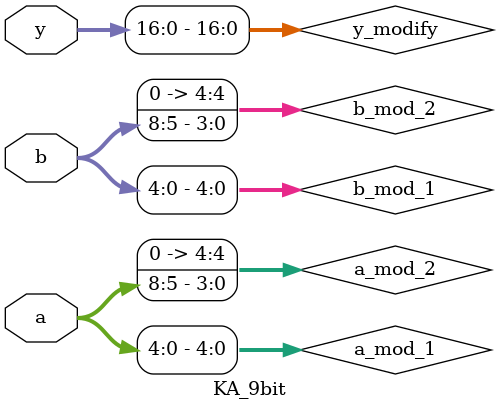
<source format=v>
`timescale 1ns / 1ps

module KA_9bit(
    a,
    b,
    y
    );

input [8:0] a;
input [8:0] b;

input [16:0] y;


wire [4:0] a_mod_1; //5
wire [4:0] b_mod_1; //5
wire [8:0] y_mod_1;  //9

wire [4:0] a_mod_2; //5
wire [4:0] b_mod_2; //5
wire [8:0] y_mod_2; //9

wire [4:0] a_mod_3; //5
wire [4:0] b_mod_3; //5
wire [8:0] y_mod_3; //9

wire [8:0] B1_out1, B1_out2, B1_out3;

wire [18:0] y_modify;


KA_5bit bit_mod_1 (.y(y_mod_1), .a(a_mod_1), .b(b_mod_1));
KA_5bit bit_mod_2 (.y(y_mod_2), .a(a_mod_2), .b(b_mod_2));
KA_5bit bit_mod_3 (.y(y_mod_3), .a(a_mod_3), .b(b_mod_3));

assign a_mod_1 = a[4:0], b_mod_1 = b[4:0];

assign a_mod_2 = {1'b0,a[8:5]}, b_mod_2 = {1'b0,b[8:5]};

assign a_mod_3 = a[4:0]^{1'b0,a[8:5]}, b_mod_3 = b[4:0]^{1'b0,b[8:5]};



assign B1_out1 = y_mod_1;

assign B1_out2 = y_mod_1 ^ y_mod_2 ^ y_mod_3 ;

assign B1_out3 = y_mod_2;


overlap_module_9bit ov_mod (
        .B2_in1(B1_out1),
        .B2_in2(B1_out2),
        .B2_in3(B1_out3),
        .B2_out(y_modify)
        );

assign y = y_modify[16:0];

endmodule
</source>
